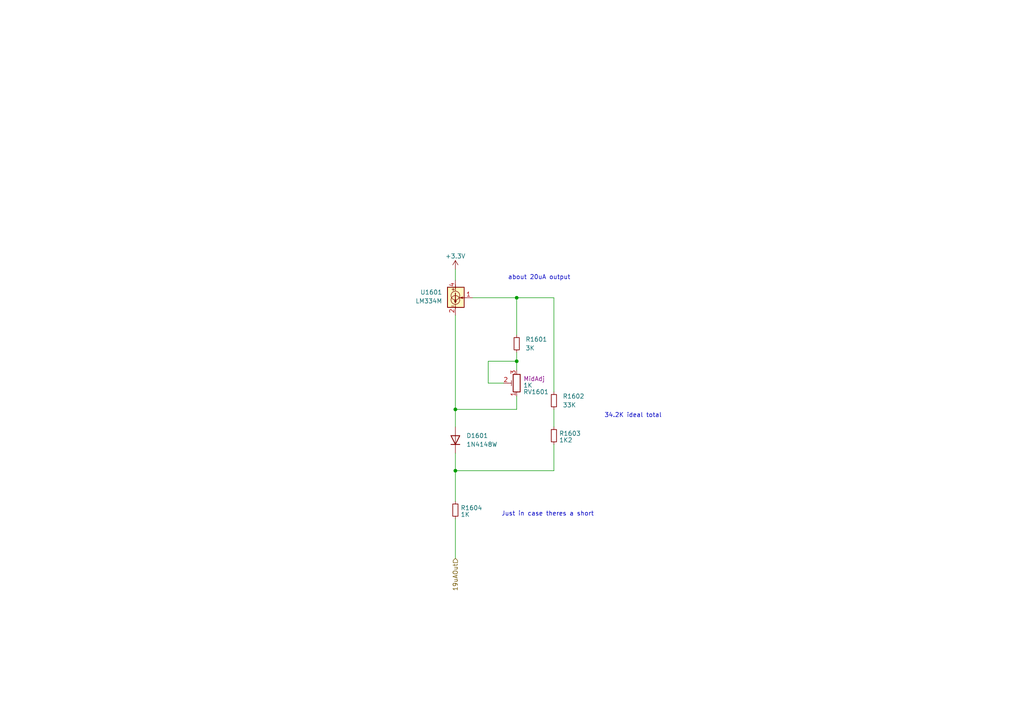
<source format=kicad_sch>
(kicad_sch (version 20230121) (generator eeschema)
  (paper "A4")
  (lib_symbols
    (symbol "Device:R_Potentiometer_Trim" (pin_names (offset 1.016) hide)
      (property "Reference" "RV" (at -4.445 0 90))
      (property "Value" "R_Potentiometer_Trim" (at -2.54 0 90))
      (symbol "R_Potentiometer_Trim_0_1"
        (polyline (pts (xy 1.524 0.762) (xy 1.524 -0.762)))
        (polyline (pts (xy 2.54 0) (xy 1.524 0)))
        (rectangle (start 1.016 2.54) (end -1.016 -2.54) (stroke (width 0.254)))
      )
      (symbol "R_Potentiometer_Trim_1_1"
        (pin passive line (at 0 3.81 270) (length 1.27) (name "1") (number "1"))
        (pin passive line (at 3.81 0 180) (length 1.27) (name "2") (number "2"))
        (pin passive line (at 0 -3.81 90) (length 1.27) (name "3") (number "3"))
      )
    )
    (symbol "Device:R_Small" (pin_numbers hide) (pin_names (offset 0.254) hide)
      (property "Reference" "R" (at 0.762 0.508 0))
      (property "Value" "R_Small" (at 0.762 -1.016 0))
      (symbol "R_Small_0_1"
        (rectangle (start -0.762 1.778) (end 0.762 -1.778) (stroke (width 0.2032)))
      )
      (symbol "R_Small_1_1"
        (pin passive line (at 0 2.54 270) (length 0.762) (name "~") (number "1"))
        (pin passive line (at 0 -2.54 90) (length 0.762) (name "~") (number "2"))
      )
    )
    (symbol "Diode:1N4148W" (pin_numbers hide) (pin_names hide)
      (property "Reference" "D" (at 0 2.54 0))
      (property "Value" "1N4148W" (at 0 -2.54 0))
      (symbol "1N4148W_0_1"
        (polyline (pts (xy -1.27 1.27) (xy -1.27 -1.27)) (stroke (width 0.254)))
        (polyline (pts (xy 1.27 0) (xy -1.27 0)))
        (polyline (pts (xy 1.27 1.27) (xy 1.27 -1.27) (xy -1.27 0) (xy 1.27 1.27)) (stroke (width 0.254)))
      )
      (symbol "1N4148W_1_1"
        (pin passive line (at -3.81 0 0) (length 2.54) (name "K") (number "1"))
        (pin passive line (at 3.81 0 180) (length 2.54) (name "A") (number "2"))
      )
    )
    (symbol "Reference_Current:LM334M"
      (property "Reference" "U801" (at -3.81 1.5875 0))
      (property "Value" "LM334M" (at -3.81 -0.9525 0))
      (symbol "LM334M_0_1"
        (rectangle (start -2.286 3.048) (end 2.54 -2.794) (stroke (width 0.254)) (fill (type background)))
        (circle (center 0 -0.635) (radius 1.27))
        (polyline (pts (xy -1.143 -2.413) (xy -0.381 -2.413)))
        (polyline (pts (xy -1.016 2.413) (xy -0.254 2.413)))
        (polyline (pts (xy -0.635 2.794) (xy -0.635 2.032)))
        (polyline (pts (xy 0 -1.905) (xy 0 -3.175)))
        (polyline (pts (xy 0 1.397) (xy 0 -1.397)) (stroke (width 0.254)))
        (polyline (pts (xy 0 3.81) (xy 0 1.905)))
        (polyline (pts (xy 5.08 0) (xy 1.27 0)))
        (polyline (pts (xy 0 -1.397) (xy -0.254 -0.889) (xy 0.254 -0.889) (xy 0 -1.397)) (stroke (width 0.254)))
        (polyline (pts (xy 1.27 0) (xy 2.159 0.254) (xy 2.159 -0.254) (xy 1.27 0)))
        (circle (center 0 0.635) (radius 1.27))
      )
      (symbol "LM334M_1_1"
        (pin passive line (at 5.08 0 180) (length 2.54) (name "~") (number "1"))
        (pin passive line (at 0 -5.08 90) (length 2.54) (name "~") (number "2"))
        (pin passive line (at 0 -5.08 90) (length 2.54) hide (name "~") (number "3"))
        (pin passive line (at 0 5.08 270) (length 2.54) (name "~") (number "4"))
        (pin no_connect line (at -1.905 0 90) (length 2.54) hide (name "~") (number "5"))
        (pin passive line (at 0 -5.08 90) (length 2.54) hide (name "~") (number "6"))
        (pin passive line (at 0 -5.08 90) (length 2.54) hide (name "~") (number "7"))
        (pin no_connect line (at -1.905 0 90) (length 2.54) hide (name "~") (number "8"))
      )
    )
    (symbol "power:+3.3V" (power) (pin_names (offset 0))
      (property "Value" "+3.3V" (at 0 3.556 0))
      (symbol "+3.3V_0_1"
        (polyline (pts (xy -0.762 1.27) (xy 0 2.54)))
        (polyline (pts (xy 0 0) (xy 0 2.54)))
        (polyline (pts (xy 0 2.54) (xy 0.762 1.27)))
      )
      (symbol "+3.3V_1_1"
        (pin power_in line (at 0 0 90) (length 0) hide (name "+3.3V") (number "1"))
      )
    )
  )
  (junction (at 132.08 118.745))
  (junction (at 149.86 86.36))
  (junction (at 132.08 136.525))
  (junction (at 149.86 104.775))
  (wire (pts (xy 160.655 86.36) (xy 160.655 113.665)))
  (wire (pts (xy 132.08 78.105) (xy 132.08 81.28)))
  (wire (pts (xy 132.08 136.525) (xy 160.655 136.525)))
  (wire (pts (xy 141.605 104.775) (xy 149.86 104.775)))
  (wire (pts (xy 149.86 104.775) (xy 149.86 107.315)))
  (wire (pts (xy 132.08 145.415) (xy 132.08 136.525)))
  (wire (pts (xy 160.655 118.745) (xy 160.655 123.825)))
  (wire (pts (xy 132.08 150.495) (xy 132.08 161.925)))
  (wire (pts (xy 132.08 118.745) (xy 132.08 123.825)))
  (wire (pts (xy 160.655 86.36) (xy 149.86 86.36)))
  (wire (pts (xy 132.08 91.44) (xy 132.08 118.745)))
  (wire (pts (xy 137.16 86.36) (xy 149.86 86.36)))
  (wire (pts (xy 146.05 111.125) (xy 141.605 111.125)))
  (wire (pts (xy 141.605 111.125) (xy 141.605 104.775)))
  (wire (pts (xy 149.86 86.36) (xy 149.86 97.155)))
  (wire (pts (xy 149.86 114.935) (xy 149.86 118.745)))
  (wire (pts (xy 160.655 136.525) (xy 160.655 128.905)))
  (wire (pts (xy 149.86 118.745) (xy 132.08 118.745)))
  (wire (pts (xy 149.86 102.235) (xy 149.86 104.775)))
  (wire (pts (xy 132.08 131.445) (xy 132.08 136.525)))
  (text "34.2K ideal total\n" (at 175.26 121.285 0) (effects (font (size 1.27 1.27)) (justify left bottom)))
  (text "Just in case theres a short" (at 145.415 149.86 0) (effects (font (size 1.27 1.27)) (justify left bottom)))
  (text "about 20uA output" (at 147.32 81.28 0) (effects (font (size 1.27 1.27)) (justify left bottom)))
  (hierarchical_label "19uAOut" (shape input) (at 132.08 161.925 270))
  (symbol (lib_id "Device:R_Small") (at 132.08 147.955 180) (unit 1)
    (property "Reference" "R1604" (at 133.5786 147.3113 0) (effects (justify right)))
    (property "Value" "1K" (at 133.5786 149.2323 0) (effects (justify right)))
    (property "Footprint" "Resistor_SMD:R_0805_2012Metric" (effects hide))
    (property "LCSC Part" "C17379" (effects hide))
    (property "JLC Part" "Basic Part" (effects hide))
    (instances (project "PiraniGaugeDisplay" (path "" (reference "R1604") (unit 1)) (path "" (reference "R804") (unit 1))))
  )
  (symbol (lib_id "power:+3.3V") (at 132.08 78.105 0) (unit 1)
    (property "Reference" "#PWR01601" (effects hide))
    (property "Value" "+3.3V" (at 132.08 74.295 0))
    (instances (project "PiraniGaugeDisplay" (path "" (reference "#PWR01601") (unit 1)) (path "" (reference "#PWR0801") (unit 1))))
  )
  (symbol (lib_id "Diode:1N4148W") (at 132.08 127.635 90) (unit 1)
    (property "Reference" "D1601" (at 135.255 126.365 90) (effects (justify right)))
    (property "Value" "1N4148W" (at 135.255 128.905 90) (effects (justify right)))
    (property "Footprint" "Diode_SMD:D_SOD-123" (effects hide))
    (property "Datasheet" "https://www.vishay.com/docs/85748/1n4148w.pdf" (effects hide))
    (property "Sim.Device" "D" (effects hide))
    (property "Sim.Pins" "1=K 2=A" (effects hide))
    (instances (project "PiraniGaugeDisplay" (path "" (reference "D1601") (unit 1)) (path "" (reference "D801") (unit 1))))
  )
  (symbol (lib_id "Device:R_Small") (at 160.655 126.365 180) (unit 1)
    (property "Reference" "R1603" (at 162.1536 125.7213 0) (effects (justify right)))
    (property "Value" "1K2" (at 162.1536 127.6423 0) (effects (justify right)))
    (property "Footprint" "Resistor_SMD:R_0805_2012Metric" (effects hide))
    (property "LCSC Part" "C17379" (effects hide))
    (property "JLC Part" "Basic Part" (effects hide))
    (instances (project "PiraniGaugeDisplay" (path "" (reference "R1603") (unit 1)) (path "" (reference "R803") (unit 1))))
  )
  (symbol (lib_id "Device:R_Small") (at 160.655 116.205 180) (unit 1)
    (property "Reference" "R1602" (at 163.195 114.935 0) (effects (justify right)))
    (property "Value" "33K" (at 163.195 117.475 0) (effects (justify right)))
    (property "Footprint" "Resistor_SMD:R_0805_2012Metric" (effects hide))
    (property "LCSC Part" "C17633" (effects hide))
    (property "JLC Part" "Basic Part" (effects hide))
    (instances (project "PiraniGaugeDisplay" (path "" (reference "R1602") (unit 1)) (path "" (reference "R802") (unit 1))))
  )
  (symbol (lib_id "Reference_Current:LM334M") (at 132.08 86.36 0) (unit 1)
    (property "Reference" "U1601" (at 128.27 84.7725 0) (effects (justify right)))
    (property "Value" "LM334M" (at 128.27 87.3125 0) (effects (justify right)))
    (property "Footprint" "Package_SO:SOIC-8_3.9x4.9mm_P1.27mm" (effects hide))
    (property "Datasheet" "http://www.ti.com/lit/ds/symlink/lm134.pdf" (effects hide))
    (instances (project "PiraniGaugeDisplay" (path "" (reference "U1601") (unit 1)) (path "" (reference "U801") (unit 1))))
  )
  (symbol (lib_id "Device:R_Potentiometer_Trim") (at 149.86 111.125 180) (unit 1)
    (property "Reference" "RV1601" (at 151.765 113.665 0) (effects (justify right)))
    (property "Value" "1K" (at 151.765 111.76 0) (effects (justify right)))
    (property "Footprint" "Potentiometer_THT:Potentiometer_Bourns_3296Y_Vertical" (effects hide))
    (property "Label" "MidAdj" (at 154.94 109.855 0))
    (property "LCSC Part" "C83688" (effects hide))
    (property "JLC Part" "Extended Part" (effects hide))
    (instances (project "PiraniGaugeDisplay" (path "" (reference "RV1601") (unit 1)) (path "" (reference "RV801") (unit 1))))
  )
  (symbol (lib_id "Device:R_Small") (at 149.86 99.695 180) (unit 1)
    (property "Reference" "R1601" (at 152.4 98.425 0) (effects (justify right)))
    (property "Value" "3K" (at 152.4 100.965 0) (effects (justify right)))
    (property "Footprint" "Resistor_SMD:R_0805_2012Metric" (effects hide))
    (property "LCSC Part" "C17661" (effects hide))
    (property "JLC Part" "Basic Part" (effects hide))
    (instances (project "PiraniGaugeDisplay" (path "" (reference "R1601") (unit 1)) (path "" (reference "R801") (unit 1))))
  )
)
</source>
